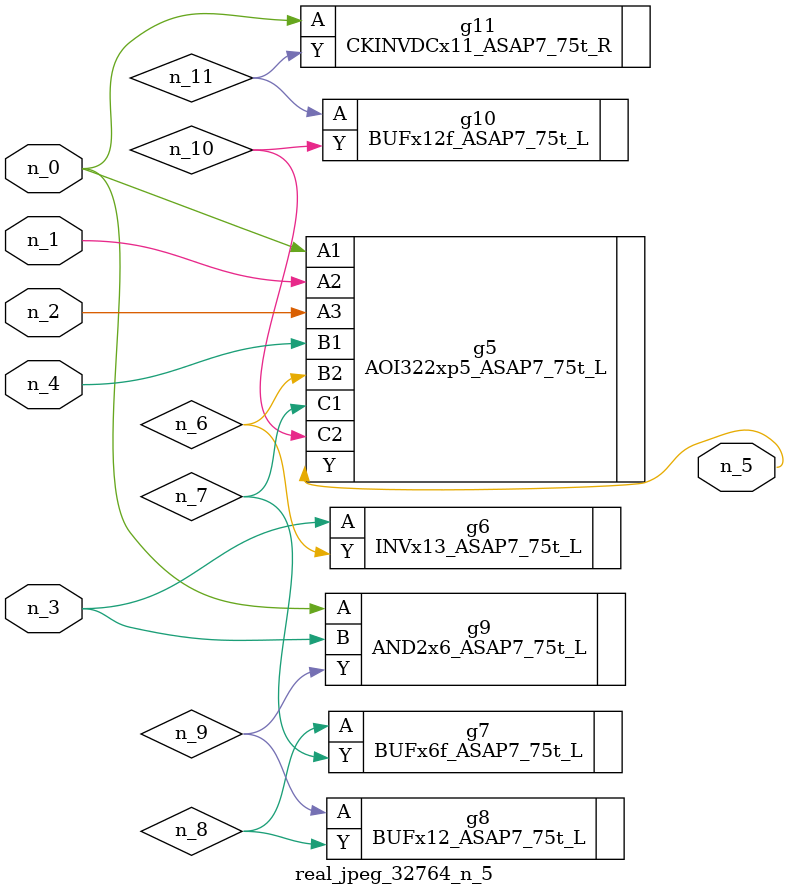
<source format=v>
module real_jpeg_32764_n_5 (n_4, n_0, n_1, n_2, n_3, n_5);

input n_4;
input n_0;
input n_1;
input n_2;
input n_3;

output n_5;

wire n_8;
wire n_11;
wire n_6;
wire n_7;
wire n_10;
wire n_9;

AOI322xp5_ASAP7_75t_L g5 ( 
.A1(n_0),
.A2(n_1),
.A3(n_2),
.B1(n_4),
.B2(n_6),
.C1(n_7),
.C2(n_10),
.Y(n_5)
);

AND2x6_ASAP7_75t_L g9 ( 
.A(n_0),
.B(n_3),
.Y(n_9)
);

CKINVDCx11_ASAP7_75t_R g11 ( 
.A(n_0),
.Y(n_11)
);

INVx13_ASAP7_75t_L g6 ( 
.A(n_3),
.Y(n_6)
);

BUFx6f_ASAP7_75t_L g7 ( 
.A(n_8),
.Y(n_7)
);

BUFx12_ASAP7_75t_L g8 ( 
.A(n_9),
.Y(n_8)
);

BUFx12f_ASAP7_75t_L g10 ( 
.A(n_11),
.Y(n_10)
);


endmodule
</source>
